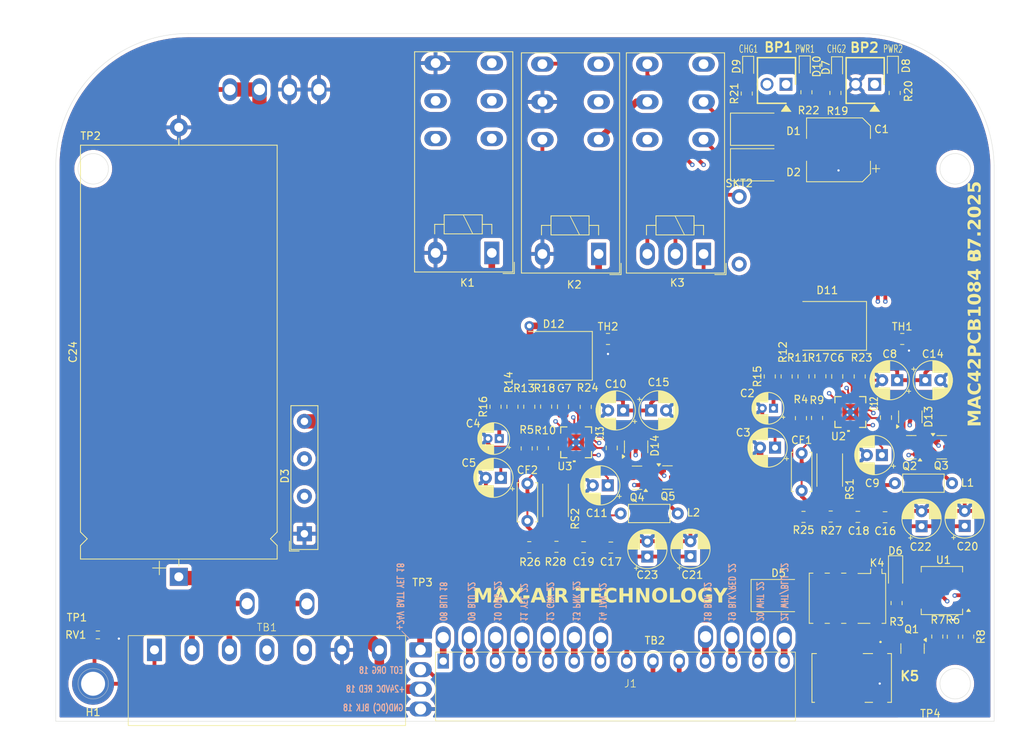
<source format=kicad_pcb>
(kicad_pcb
	(version 20240108)
	(generator "pcbnew")
	(generator_version "8.0")
	(general
		(thickness 1.5875)
		(legacy_teardrops no)
	)
	(paper "A4")
	(layers
		(0 "F.Cu" signal)
		(1 "In1.Cu" signal)
		(2 "In2.Cu" signal)
		(31 "B.Cu" signal)
		(32 "B.Adhes" user "B.Adhesive")
		(33 "F.Adhes" user "F.Adhesive")
		(34 "B.Paste" user)
		(35 "F.Paste" user)
		(36 "B.SilkS" user "B.Silkscreen")
		(37 "F.SilkS" user "F.Silkscreen")
		(38 "B.Mask" user)
		(39 "F.Mask" user)
		(40 "Dwgs.User" user "User.Drawings")
		(41 "Cmts.User" user "User.Comments")
		(42 "Eco1.User" user "User.Eco1")
		(43 "Eco2.User" user "User.Eco2")
		(44 "Edge.Cuts" user)
		(45 "Margin" user)
		(46 "B.CrtYd" user "B.Courtyard")
		(47 "F.CrtYd" user "F.Courtyard")
		(48 "B.Fab" user)
		(49 "F.Fab" user)
		(50 "User.1" user)
		(51 "User.2" user)
		(52 "User.3" user)
		(53 "User.4" user)
		(54 "User.5" user)
		(55 "User.6" user)
		(56 "User.7" user)
		(57 "User.8" user)
		(58 "User.9" user)
	)
	(setup
		(stackup
			(layer "F.SilkS"
				(type "Top Silk Screen")
				(color "White")
				(material "Liquid Photo")
			)
			(layer "F.Paste"
				(type "Top Solder Paste")
			)
			(layer "F.Mask"
				(type "Top Solder Mask")
				(color "Purple")
				(thickness 0.01)
			)
			(layer "F.Cu"
				(type "copper")
				(thickness 0.069596)
			)
			(layer "dielectric 1"
				(type "prepreg")
				(color "FR4 natural")
				(thickness 0.1)
				(material "FR4")
				(epsilon_r 4.5)
				(loss_tangent 0.02)
			)
			(layer "In1.Cu"
				(type "copper")
				(thickness 0.069596)
			)
			(layer "dielectric 2"
				(type "core")
				(color "FR4 natural")
				(thickness 1.089116)
				(material "FR4")
				(epsilon_r 4.5)
				(loss_tangent 0.02)
			)
			(layer "In2.Cu"
				(type "copper")
				(thickness 0.069596)
			)
			(layer "dielectric 3"
				(type "prepreg")
				(color "FR4 natural")
				(thickness 0.1)
				(material "FR4")
				(epsilon_r 4.5)
				(loss_tangent 0.02)
			)
			(layer "B.Cu"
				(type "copper")
				(thickness 0.069596)
			)
			(layer "B.Mask"
				(type "Bottom Solder Mask")
				(color "Purple")
				(thickness 0.01)
			)
			(layer "B.Paste"
				(type "Bottom Solder Paste")
			)
			(layer "B.SilkS"
				(type "Bottom Silk Screen")
				(color "White")
			)
			(copper_finish "None")
			(dielectric_constraints no)
		)
		(pad_to_mask_clearance 0)
		(allow_soldermask_bridges_in_footprints no)
		(pcbplotparams
			(layerselection 0x00010fc_ffffffff)
			(plot_on_all_layers_selection 0x0000000_00000000)
			(disableapertmacros no)
			(usegerberextensions no)
			(usegerberattributes yes)
			(usegerberadvancedattributes yes)
			(creategerberjobfile yes)
			(dashed_line_dash_ratio 12.000000)
			(dashed_line_gap_ratio 3.000000)
			(svgprecision 4)
			(plotframeref no)
			(viasonmask no)
			(mode 1)
			(useauxorigin no)
			(hpglpennumber 1)
			(hpglpenspeed 20)
			(hpglpendiameter 15.000000)
			(pdf_front_fp_property_popups yes)
			(pdf_back_fp_property_popups yes)
			(dxfpolygonmode yes)
			(dxfimperialunits yes)
			(dxfusepcbnewfont yes)
			(psnegative no)
			(psa4output no)
			(plotreference yes)
			(plotvalue yes)
			(plotfptext yes)
			(plotinvisibletext no)
			(sketchpadsonfab no)
			(subtractmaskfromsilk no)
			(outputformat 1)
			(mirror no)
			(drillshape 1)
			(scaleselection 1)
			(outputdirectory "")
		)
	)
	(net 0 "")
	(net 1 "Net-(D1-K)")
	(net 2 "Net-(Q1-S)")
	(net 3 "Net-(D2-K)")
	(net 4 "Net-(Q1-G)")
	(net 5 "Net-(Q2-G)")
	(net 6 "GND(DC)")
	(net 7 "Net-(U2-CE)")
	(net 8 "Net-(U2-TS)")
	(net 9 "Net-(D7-K)")
	(net 10 "Net-(D8-A)")
	(net 11 "Net-(D8-K)")
	(net 12 "Net-(U2-SRP)")
	(net 13 "Net-(D10-K)")
	(net 14 "Net-(U2-VFB)")
	(net 15 "+24VDC")
	(net 16 "Net-(D6-K)")
	(net 17 "Net-(D9-K)")
	(net 18 "EOT")
	(net 19 "+24_BATT")
	(net 20 "/BP1")
	(net 21 "Net-(K1-Pad22)")
	(net 22 "/BP2")
	(net 23 "Net-(K2-Pad12)")
	(net 24 "Net-(K2-Pad24)")
	(net 25 "/BP3")
	(net 26 "Net-(K2-Pad22)")
	(net 27 "Net-(K3-Pad24)")
	(net 28 "unconnected-(K3-Pad14)")
	(net 29 "unconnected-(K3-Pad22)")
	(net 30 "Net-(Q3-G)")
	(net 31 "Net-(Q4-G)")
	(net 32 "Net-(U2-ISET)")
	(net 33 "Net-(U2-VCC)")
	(net 34 "Net-(U3-CE)")
	(net 35 "Net-(U3-TS)")
	(net 36 "Net-(U3-SRP)")
	(net 37 "Net-(U3-SRN)")
	(net 38 "Net-(U3-VFB)")
	(net 39 "Net-(D13-A)")
	(net 40 "Net-(D14-K)")
	(net 41 "Net-(D14-A)")
	(net 42 "FLT 2")
	(net 43 "FLT COM")
	(net 44 "CW ACOM")
	(net 45 "CCW ACOM")
	(net 46 "SIG+ IN")
	(net 47 "DRV COMMAND")
	(net 48 "FULL CW")
	(net 49 "FB-")
	(net 50 "FULL CCW")
	(net 51 "SIG- IN")
	(net 52 "FB+")
	(net 53 "FLT 1")
	(net 54 "CW COMMAND")
	(net 55 "unconnected-(K4-Pad2)")
	(net 56 "unconnected-(K4-Pad4)")
	(net 57 "unconnected-(K4-Pad3)")
	(net 58 "unconnected-(K5-Pad2)")
	(net 59 "unconnected-(K5-Pad4)")
	(net 60 "unconnected-(K5-Pad3)")
	(net 61 "Net-(Q5-G)")
	(net 62 "Net-(U3-ISET)")
	(net 63 "Net-(U3-VCC)")
	(net 64 "24VAC NEU")
	(net 65 "24VAC HOT")
	(net 66 "120VAC NEU")
	(net 67 "120VAC HOT")
	(net 68 "Net-(C2-Pad1)")
	(net 69 "Net-(C4-Pad1)")
	(net 70 "Net-(D11-K)")
	(net 71 "Net-(D12-K)")
	(net 72 "Net-(Q2-S)")
	(net 73 "Net-(Q4-S)")
	(net 74 "Net-(U2-SRN)")
	(net 75 "Net-(D7-A)")
	(net 76 "Net-(D9-A)")
	(net 77 "Net-(D10-A)")
	(net 78 "Net-(D13-K)")
	(net 79 "unconnected-(D13-A-PadX)")
	(net 80 "unconnected-(K4-Pad5)")
	(net 81 "unconnected-(K5-Pad7)")
	(net 82 "Net-(R6-Pad2)")
	(net 83 "Net-(R7-Pad2)")
	(net 84 "Net-(R11-Pad2)")
	(net 85 "Net-(R13-Pad2)")
	(net 86 "EARTH")
	(net 87 "CCWCOMMAND")
	(net 88 "unconnected-(D14-A-PadX)")
	(footprint "MaxAir:SINGLE_THT_PAD" (layer "F.Cu") (at 100.521531 61.19814 180))
	(footprint "Resistor_SMD:R_2512_6332Metric" (layer "F.Cu") (at 142.5 116.044887 -90))
	(footprint "MaxAir:KEYSTONE_5019" (layer "F.Cu") (at 81.5 64.5 180))
	(footprint "MaxAir:SINGLE_THT_PAD" (layer "F.Cu") (at 104.506998 61.208943 180))
	(footprint "MaxAir:RVA16_2P14X2P14" (layer "F.Cu") (at 181.83125 104.25 -90))
	(footprint "MaxAir:SINGLE_THT_PAD" (layer "F.Cu") (at 124.5 138.483822 -90))
	(footprint "Resistor_SMD:R_0805_2012Metric" (layer "F.Cu") (at 188.75 94.5))
	(footprint "Resistor_SMD:R_0805_2012Metric" (layer "F.Cu") (at 177.83125 99.479624 -90))
	(footprint "MaxAir:TEC_640456_01x02_P2.54" (layer "F.Cu") (at 185.076355 60.499983))
	(footprint "MaxAir:SINGLE_THT_PAD" (layer "F.Cu") (at 132.034102 134.359205 180))
	(footprint "MaxAir:KEYSTONE_3590" (layer "F.Cu") (at 167 84.5 180))
	(footprint "Diode_SMD:D_SMB" (layer "F.Cu") (at 169.5 66.5))
	(footprint "MaxAir:SINGLE_THT_PAD" (layer "F.Cu") (at 163.532968 134.359205 180))
	(footprint "MaxAir:SINGLE_THT_PAD" (layer "F.Cu") (at 139.03385 134.359205 180))
	(footprint "MaxAir:SINGLE_THT_PAD" (layer "F.Cu") (at 128.523207 134.356219 180))
	(footprint "LED_SMD:LED_0603_1608Metric" (layer "F.Cu") (at 168.19837 58.25 -90))
	(footprint "MaxAir:Degson 5 7P" (layer "F.Cu") (at 104 136 180))
	(footprint "Diode_SMD:D_SMB" (layer "F.Cu") (at 172.25 128.75))
	(footprint "Relay_SMD:Relay_DPDT_Omron_G6K-2G-Y" (layer "F.Cu") (at 181.45 129.1 -90))
	(footprint "MaxAir:KEYSTONE_5019" (layer "F.Cu") (at 189.75 143 90))
	(footprint "Capacitor_SMD:C_0805_2012Metric" (layer "F.Cu") (at 186.460837 118.294994 180))
	(footprint "Resistor_SMD:R_0805_2012Metric" (layer "F.Cu") (at 139 103.544887 90))
	(footprint "Resistor_SMD:R_0805_2012Metric" (layer "F.Cu") (at 177.393121 105.039459 90))
	(footprint "Package_TO_SOT_SMD:SOT-23" (layer "F.Cu") (at 189.958008 108.948992 180))
	(footprint "Diode_SMD:D_SMB" (layer "F.Cu") (at 169.5 71.25))
	(footprint "Capacitor_THT:CP_Axial_L55.0mm_D26.0mm_P60.00mm_Horizontal" (layer "F.Cu") (at 92.25 126.25 90))
	(footprint "Capacitor_SMD:C_0805_2012Metric" (layer "F.Cu") (at 143.5 103.544887 -90))
	(footprint "Resistor_SMD:R_0603_1608Metric" (layer "F.Cu") (at 81.452577 134))
	(footprint "Resistor_SMD:R_2512_6332Metric" (layer "F.Cu") (at 179.08125 112 -90))
	(footprint "Capacitor_SMD:CP_Elec_8x6.5" (layer "F.Cu") (at 180.25 69.25 180))
	(footprint "Resistor_SMD:R_0805_2012Metric" (layer "F.Cu") (at 142.626758 122.243879))
	(footprint "MaxAir:SINGLE_THT_PAD" (layer "F.Cu") (at 135.533976 134.359205 180))
	(footprint "Resistor_SMD:R_0805_2012Metric" (layer "F.Cu") (at 141.25 103.524511 -90))
	(footprint "Capacitor_THT:CP_Radial_D5.0mm_P2.00mm"
		(layer "F.Cu")
		(uuid "4c519daa-1fd8-42e4-bddb-a1da88aaa0ea")
		(at 188.08125 100 180)
		(descr "CP, Radial series, Radial, pin pitch=2.00mm, , diameter=5mm, Electrolytic Capacitor")
		(tags "CP Radial series Radial pin pitch 2.00mm  diameter 5mm Electrolytic Capacitor")
		(property "Reference" "C8"
			(at 1 3.5 180)
			(layer "F.SilkS")
			(uuid "91eafe40-84bb-4eee-8760-73b71e525087")
			(effects
				(font
					(size 1 1)
					(thickness 0.15)
				)
			)
		)
		(property "Value" "10µF"
			(at 1 3.75 0)
			(layer "F.Fab")
			(uuid "55a47eab-5a3c-4337-9ade-f6bdc66783cb")
			(effects
				(font
					(size 1 1)
					(thickness 0.15)
				)
			)
		)
		(property "Footprint" "Capacitor_THT:CP_Radial_D5.0mm_P2.00mm"
			(at 0 0 180)
			(unlocked yes)
			(layer "F.Fab")
			(hide yes)
			(uuid "7cb991a5-e5db-4a45-ba44-9d83c1268486")
			(effects
				(font
					(size 1.27 1.27)
					(thickness 0.15)
				)
			)
		)
		(property "Datasheet" ""
			(at 0 0 180)
			(unlocked yes)
			(layer "F.Fab")
			(hide yes)
			(uuid "9024299d-64e3-45d8-8be8-d6c783955327")
			(effects
				(font
					(size 1.27 1.27)
					(thickness 0.15)
				)
			)
		)
		(property "Description" "Polarized capacitor, US symbol"
			(at 0 0 180)
			(unlocked yes)
			(layer "F.Fab")
			(hide yes)
			(uuid "9d7276fb-266d-474d-8f2c-8c28e7c60847")
			(effects
				(font
					(size 1.27 1.27)
					(thickness 0.15)
				)
			)
		)
		(property "Mfg p/n" ""
			(at 0 0 180)
			(unlocked yes)
			(layer "F.Fab")
			(hide yes)
			(uuid "6caec5f7-b021-421c-8eb2-81ee52d00bf2")
			(effects
				(font
					(size 1 1)
					(thickness 0.15)
				)
			)
		)
		(property ki_fp_filters "CP_*")
		(path "/3815d21d-4dd5-434e-b300-d465b33d2a71")
		(sheetname "Root")
		(sheetfile "Gen2.5 AC CDC.kicad_sch")
		(attr through_hole)
		(fp_line
			(start 3.601 -0.284)
			(end 3.601 0.284)
			(stroke
				(width 0.12)
				(type solid)
			)
			(layer "F.SilkS")
			(uuid "be39d9d5-3775-4b27-9ffc-385c73e17906")
		)
		(fp_line
			(start 3.561 -0.518)
			(end 3.561 0.518)
			(stroke
				(width 0.12)
				(type solid)
			)
			(layer "F.SilkS")
			(uuid "c9f71706-eb36-4ed4-a9d4-69886c1d0cef")
		)
		(fp_line
			(start 3.521 -0.677)
			(end 3.521 0.677)
			(stroke
				(width 0.12)
				(type solid)
			)
			(layer "F.SilkS")
			(uuid "59bffb3b-e9ff-414b-ba8b-249d99f6d620")
		)
		(fp_line
			(start 3.481 -0.805)
			(end 3.481 0.805)
			(stroke
				(width 0.12)
				(type solid)
			)
			(layer "F.SilkS")
			(uuid "166d0585-f632-4bcb-b3bc-165cfc1ecf35")
		)
		(fp_line
			(start 3.441 -0.915)
			(end 3.441 0.915)
			(stroke
				(width 0.12)
				(type solid)
			)
			(layer "F.SilkS")
			(uuid "fe919ab8-b99b-4be3-b286-81a674fffae1")
		)
		(fp_line
			(start 3.401 -1.011)
			(end 3.401 1.011)
			(stroke
				(width 0.12)
				(type solid)
			)
			(layer "F.SilkS")
			(uuid "3947aa0d-2982-4b38-a938-c3900fcee685")
		)
		(fp_line
			(start 3.361 -1.098)
			(end 3.361 1.098)
			(stroke
				(width 0.12)
				(type solid)
			)
			(layer "F.SilkS")
			(uuid "b50b85fa-339a-42d8-9963-e5cd4842c6ba")
		)
		(fp_line
			(start 3.321 -1.178)
			(end 3.321 1.178)
			(stroke
				(width 0.12)
				(type solid)
			)
			(layer "F.SilkS")
			(uuid "3f3e5d5c-2ca6-4d28-952f-da7d6f4ba0db")
		)
		(fp_line
			(start 3.281 -1.251)
			(end 3.281 1.251)
			(stroke
				(width 0.12)
				(type solid)
			)
			(layer "F.SilkS")
			(uuid "c2db8e1c-827c-4a18-bf8f-2118e7cff203")
		)
		(fp_line
			(start 3.241 -1.319)
			(end 3.241 1.319)
			(stroke
				(width 0.12)
				(type solid)
			)
			(layer "F.SilkS")
			(uuid "e2fbd237-3305-4b52-bfbe-ac6dec45e261")
		)
		(fp_line
			(start 3.201 -1.383)
			(end 3.201 1.383)
			(stroke
				(width 0.12)
				(type solid)
			)
			(layer "F.SilkS")
			(uuid "5ed212b9-0dd2-48b4-b5fa-e474769f5cb3")
		)
		(fp_line
			(start 3.161 -1.443)
			(end 3.161 1.443)
			(stroke
				(width 0.12)
				(type solid)
			)
			(layer "F.SilkS")
			(uuid "950b8a96-a5e0-43f4-814c-50ca64d2bd3c")
		)
		(fp_line
			(start 3.121 -1.5)
			(end 3.121 1.5)
			(stroke
				(width 0.12)
				(type solid)
			)
			(layer "F.SilkS")
			(uuid "f40e4bb8-95af-4246-bd7e-1667ce162ec5")
		)
		(fp_line
			(start 3.081 -1.554)
			(end 3.081 1.554)
			(stroke
				(width 0.12)
				(type solid)
			)
			(layer "F.SilkS")
			(uuid "036dd7f5-5a09-410f-a732-ef55fa2aab39")
		)
		(fp_line
			(start 3.041 -1.605)
			(end 3.041 1.605)
			(stroke
				(width 0.12)
				(type solid)
			)
			(layer "F.SilkS")
			(uuid "975f8ba1-432d-4feb-9527-6abe830a9b1e")
		)
		(fp_line
			(start 3.001 1.04)
			(end 3.001 1.653)
			(stroke
				(width 0.12)
				(type solid)
			)
			(layer "F.SilkS")
			(uuid "aadecca8-3765-4642-8d4c-23bdba4364de")
		)
		(fp_line
			(start 3.001 -1.653)
			(end 3.001 -1.04)
			(stroke
				(width 0.12)
				(type solid)
			)
			(layer "F.SilkS")
			(uuid "c5e1236a-cc2d-4dac-927b-7f8028742f7a")
		)
		(fp_line
			(start 2.961 1.04)
			(end 2.961 1.699)
			(stroke
				(width 0.12)
				(type solid)
			)
			(layer "F.SilkS")
			(uuid "d67e3898-6192-4860-beda-7166bf409335")
		)
		(fp_line
			(start 2.961 -1.699)
			(end 2.961 -1.04)
			(stroke
				(width 0.12)
				(type solid)
			)
			(layer "F.SilkS")
			(uuid "bda0bfa5-cfbe-4851-94cc-b4fc000d06b0")
		)
		(fp_line
			(start 2.921 1.04)
			(end 2.921 1.743)
			(stroke
				(width 0.12)
				(type solid)
			)
			(layer "F.SilkS")
			(uuid "9e82a54e-3a29-44d5-9d46-7e74404f35c2")
		)
		(fp_line
			(start 2.921 -1.743)
			(end 2.921 -1.04)
			(stroke
				(width 0.12)
				(type solid)
			)
			(layer "F.SilkS")
			(uuid "d4c85674-e9b2-4ecc-93ec-17afa8a86a01")
		)
		(fp_line
			(start 2.881 1.04)
			(end 2.881 1.785)
			(stroke
				(width 0.12)
				(type solid)
			)
			(layer "F.SilkS")
			(uuid "18b7e607-7003-40d2-9a5c-01365eea2c32")
		)
		(fp_line
			(start 2.881 -1.785)
			(end 2.881 -1.04)
			(stroke
				(width 0.12)
				(type solid)
			)
			(layer "F.SilkS")
			(uuid "6f26d76d-9d2b-4f71-b9ab-e8898f4b068c")
		)
		(fp_line
			(start 2.841 1.04)
			(end 2.841 1.826)
			(stroke
				(width 0.12)
				(type solid)
			)
			(layer "F.SilkS")
			(uuid "6b710fcf-1edf-4bf9-8e42-9253a8229d66")
		)
		(fp_line
			(start 2.841 -1.826)
			(end 2.841 -1.04)
			(stroke
				(width 0.12)
				(type solid)
			)
			(layer "F.SilkS")
			(uuid "d1817c1d-80aa-455b-898d-5c3108104184")
		)
		(fp_line
			(start 2.801 1.04)
			(end 2.801 1.864)
			(stroke
				(width 0.12)
				(type solid)
			)
			(layer "F.SilkS")
			(uuid "5f500ed0-c0f3-416a-9a81-8d6607e58ac0")
		)
		(fp_line
			(start 2.801 -1.864)
			(end 2.801 -1.04)
			(stroke
				(width 0.12)
				(type solid)
			)
			(layer "F.SilkS")
			(uuid "2188a7f6-6aee-404e-ab36-b07e68bbedfe")
		)
		(fp_line
			(start 2.761 1.04)
			(end 2.761 1.901)
			(stroke
				(width 0.12)
				(type solid)
			)
			(layer "F.SilkS")
			(uuid "9a40ad3c-6032-439d-8d47-ee1c2232a455")
		)
		(fp_line
			(start 2.761 -1.901)
			(end 2.761 -1.04)
			(stroke
				(width 0.12)
				(type solid)
			)
			(layer "F.SilkS")
			(uuid "15d8a2ed-b09d-4aae-a2f9-7114b350ee12")
		)
		(fp_line
			(start 2.721 1.04)
			(end 2.721 1.937)
			(stroke
				(width 0.12)
				(type solid)
			)
			(layer "F.SilkS")
			(uuid "1cd668a0-164b-4c1b-abef-432557b97bd5")
		)
		(fp_line
			(start 2.721 -1.937)
			(end 2.721 -1.04)
			(stroke
				(width 0.12)
				(type solid)
			)
			(layer "F.SilkS")
			(uuid "26ebb87e-7ce5-468
... [1937023 chars truncated]
</source>
